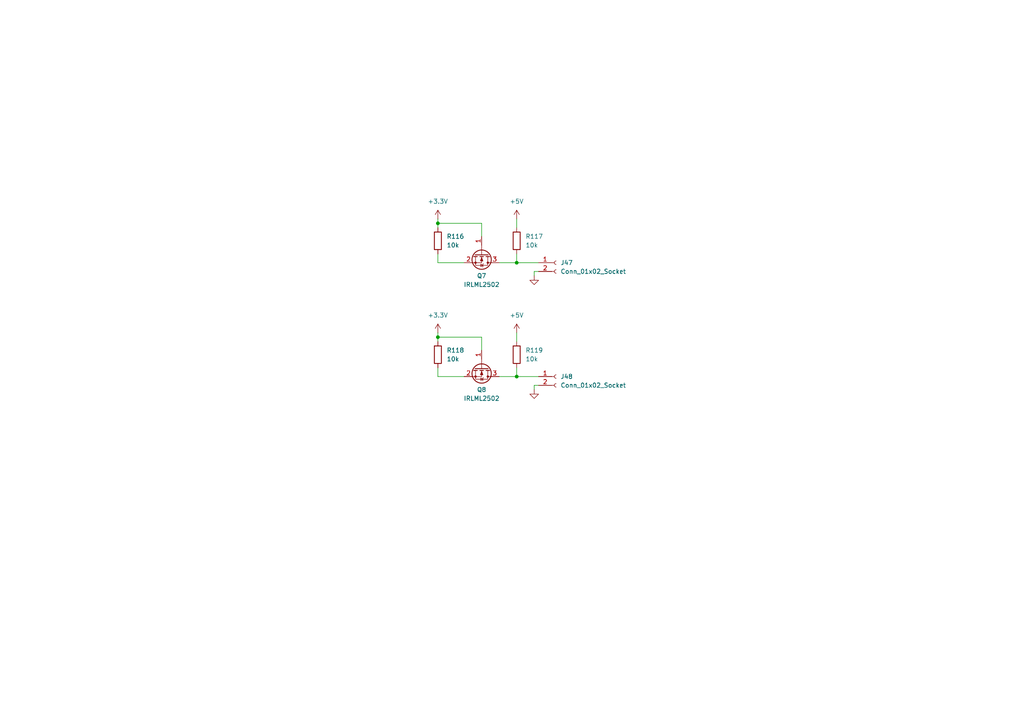
<source format=kicad_sch>
(kicad_sch
	(version 20250114)
	(generator "eeschema")
	(generator_version "9.0")
	(uuid "c0cdc8cb-df1f-4c6a-818d-65d5ae966246")
	(paper "A4")
	(lib_symbols
		(symbol "Connector:Conn_01x02_Socket"
			(pin_names
				(offset 1.016)
				(hide yes)
			)
			(exclude_from_sim no)
			(in_bom yes)
			(on_board yes)
			(property "Reference" "J"
				(at 0 2.54 0)
				(effects
					(font
						(size 1.27 1.27)
					)
				)
			)
			(property "Value" "Conn_01x02_Socket"
				(at 0 -5.08 0)
				(effects
					(font
						(size 1.27 1.27)
					)
				)
			)
			(property "Footprint" ""
				(at 0 0 0)
				(effects
					(font
						(size 1.27 1.27)
					)
					(hide yes)
				)
			)
			(property "Datasheet" "~"
				(at 0 0 0)
				(effects
					(font
						(size 1.27 1.27)
					)
					(hide yes)
				)
			)
			(property "Description" "Generic connector, single row, 01x02, script generated"
				(at 0 0 0)
				(effects
					(font
						(size 1.27 1.27)
					)
					(hide yes)
				)
			)
			(property "ki_locked" ""
				(at 0 0 0)
				(effects
					(font
						(size 1.27 1.27)
					)
				)
			)
			(property "ki_keywords" "connector"
				(at 0 0 0)
				(effects
					(font
						(size 1.27 1.27)
					)
					(hide yes)
				)
			)
			(property "ki_fp_filters" "Connector*:*_1x??_*"
				(at 0 0 0)
				(effects
					(font
						(size 1.27 1.27)
					)
					(hide yes)
				)
			)
			(symbol "Conn_01x02_Socket_1_1"
				(polyline
					(pts
						(xy -1.27 0) (xy -0.508 0)
					)
					(stroke
						(width 0.1524)
						(type default)
					)
					(fill
						(type none)
					)
				)
				(polyline
					(pts
						(xy -1.27 -2.54) (xy -0.508 -2.54)
					)
					(stroke
						(width 0.1524)
						(type default)
					)
					(fill
						(type none)
					)
				)
				(arc
					(start 0 -0.508)
					(mid -0.5058 0)
					(end 0 0.508)
					(stroke
						(width 0.1524)
						(type default)
					)
					(fill
						(type none)
					)
				)
				(arc
					(start 0 -3.048)
					(mid -0.5058 -2.54)
					(end 0 -2.032)
					(stroke
						(width 0.1524)
						(type default)
					)
					(fill
						(type none)
					)
				)
				(pin passive line
					(at -5.08 0 0)
					(length 3.81)
					(name "Pin_1"
						(effects
							(font
								(size 1.27 1.27)
							)
						)
					)
					(number "1"
						(effects
							(font
								(size 1.27 1.27)
							)
						)
					)
				)
				(pin passive line
					(at -5.08 -2.54 0)
					(length 3.81)
					(name "Pin_2"
						(effects
							(font
								(size 1.27 1.27)
							)
						)
					)
					(number "2"
						(effects
							(font
								(size 1.27 1.27)
							)
						)
					)
				)
			)
			(embedded_fonts no)
		)
		(symbol "Device:R"
			(pin_numbers
				(hide yes)
			)
			(pin_names
				(offset 0)
			)
			(exclude_from_sim no)
			(in_bom yes)
			(on_board yes)
			(property "Reference" "R"
				(at 2.032 0 90)
				(effects
					(font
						(size 1.27 1.27)
					)
				)
			)
			(property "Value" "R"
				(at 0 0 90)
				(effects
					(font
						(size 1.27 1.27)
					)
				)
			)
			(property "Footprint" ""
				(at -1.778 0 90)
				(effects
					(font
						(size 1.27 1.27)
					)
					(hide yes)
				)
			)
			(property "Datasheet" "~"
				(at 0 0 0)
				(effects
					(font
						(size 1.27 1.27)
					)
					(hide yes)
				)
			)
			(property "Description" "Resistor"
				(at 0 0 0)
				(effects
					(font
						(size 1.27 1.27)
					)
					(hide yes)
				)
			)
			(property "ki_keywords" "R res resistor"
				(at 0 0 0)
				(effects
					(font
						(size 1.27 1.27)
					)
					(hide yes)
				)
			)
			(property "ki_fp_filters" "R_*"
				(at 0 0 0)
				(effects
					(font
						(size 1.27 1.27)
					)
					(hide yes)
				)
			)
			(symbol "R_0_1"
				(rectangle
					(start -1.016 -2.54)
					(end 1.016 2.54)
					(stroke
						(width 0.254)
						(type default)
					)
					(fill
						(type none)
					)
				)
			)
			(symbol "R_1_1"
				(pin passive line
					(at 0 3.81 270)
					(length 1.27)
					(name "~"
						(effects
							(font
								(size 1.27 1.27)
							)
						)
					)
					(number "1"
						(effects
							(font
								(size 1.27 1.27)
							)
						)
					)
				)
				(pin passive line
					(at 0 -3.81 90)
					(length 1.27)
					(name "~"
						(effects
							(font
								(size 1.27 1.27)
							)
						)
					)
					(number "2"
						(effects
							(font
								(size 1.27 1.27)
							)
						)
					)
				)
			)
			(embedded_fonts no)
		)
		(symbol "Transistor_FET:IRLML2060"
			(pin_names
				(hide yes)
			)
			(exclude_from_sim no)
			(in_bom yes)
			(on_board yes)
			(property "Reference" "Q"
				(at 5.08 1.905 0)
				(effects
					(font
						(size 1.27 1.27)
					)
					(justify left)
				)
			)
			(property "Value" "IRLML2060"
				(at 5.08 0 0)
				(effects
					(font
						(size 1.27 1.27)
					)
					(justify left)
				)
			)
			(property "Footprint" "Package_TO_SOT_SMD:SOT-23"
				(at 5.08 -1.905 0)
				(effects
					(font
						(size 1.27 1.27)
						(italic yes)
					)
					(justify left)
					(hide yes)
				)
			)
			(property "Datasheet" "https://www.infineon.com/dgdl/irlml2060pbf.pdf?fileId=5546d462533600a401535664b7fb25ee"
				(at 5.08 -3.81 0)
				(effects
					(font
						(size 1.27 1.27)
					)
					(justify left)
					(hide yes)
				)
			)
			(property "Description" "1.2A Id, 60V Vds, 480mOhm Rds, N-Channel HEXFET Power MOSFET, SOT-23"
				(at 0 0 0)
				(effects
					(font
						(size 1.27 1.27)
					)
					(hide yes)
				)
			)
			(property "ki_keywords" "N-Channel HEXFET MOSFET"
				(at 0 0 0)
				(effects
					(font
						(size 1.27 1.27)
					)
					(hide yes)
				)
			)
			(property "ki_fp_filters" "SOT?23*"
				(at 0 0 0)
				(effects
					(font
						(size 1.27 1.27)
					)
					(hide yes)
				)
			)
			(symbol "IRLML2060_0_1"
				(polyline
					(pts
						(xy 0.254 1.905) (xy 0.254 -1.905)
					)
					(stroke
						(width 0.254)
						(type default)
					)
					(fill
						(type none)
					)
				)
				(polyline
					(pts
						(xy 0.254 0) (xy -2.54 0)
					)
					(stroke
						(width 0)
						(type default)
					)
					(fill
						(type none)
					)
				)
				(polyline
					(pts
						(xy 0.762 2.286) (xy 0.762 1.27)
					)
					(stroke
						(width 0.254)
						(type default)
					)
					(fill
						(type none)
					)
				)
				(polyline
					(pts
						(xy 0.762 0.508) (xy 0.762 -0.508)
					)
					(stroke
						(width 0.254)
						(type default)
					)
					(fill
						(type none)
					)
				)
				(polyline
					(pts
						(xy 0.762 -1.27) (xy 0.762 -2.286)
					)
					(stroke
						(width 0.254)
						(type default)
					)
					(fill
						(type none)
					)
				)
				(polyline
					(pts
						(xy 0.762 -1.778) (xy 3.302 -1.778) (xy 3.302 1.778) (xy 0.762 1.778)
					)
					(stroke
						(width 0)
						(type default)
					)
					(fill
						(type none)
					)
				)
				(polyline
					(pts
						(xy 1.016 0) (xy 2.032 0.381) (xy 2.032 -0.381) (xy 1.016 0)
					)
					(stroke
						(width 0)
						(type default)
					)
					(fill
						(type outline)
					)
				)
				(circle
					(center 1.651 0)
					(radius 2.794)
					(stroke
						(width 0.254)
						(type default)
					)
					(fill
						(type none)
					)
				)
				(polyline
					(pts
						(xy 2.54 2.54) (xy 2.54 1.778)
					)
					(stroke
						(width 0)
						(type default)
					)
					(fill
						(type none)
					)
				)
				(circle
					(center 2.54 1.778)
					(radius 0.254)
					(stroke
						(width 0)
						(type default)
					)
					(fill
						(type outline)
					)
				)
				(circle
					(center 2.54 -1.778)
					(radius 0.254)
					(stroke
						(width 0)
						(type default)
					)
					(fill
						(type outline)
					)
				)
				(polyline
					(pts
						(xy 2.54 -2.54) (xy 2.54 0) (xy 0.762 0)
					)
					(stroke
						(width 0)
						(type default)
					)
					(fill
						(type none)
					)
				)
				(polyline
					(pts
						(xy 2.794 0.508) (xy 2.921 0.381) (xy 3.683 0.381) (xy 3.81 0.254)
					)
					(stroke
						(width 0)
						(type default)
					)
					(fill
						(type none)
					)
				)
				(polyline
					(pts
						(xy 3.302 0.381) (xy 2.921 -0.254) (xy 3.683 -0.254) (xy 3.302 0.381)
					)
					(stroke
						(width 0)
						(type default)
					)
					(fill
						(type none)
					)
				)
			)
			(symbol "IRLML2060_1_1"
				(pin input line
					(at -5.08 0 0)
					(length 2.54)
					(name "G"
						(effects
							(font
								(size 1.27 1.27)
							)
						)
					)
					(number "1"
						(effects
							(font
								(size 1.27 1.27)
							)
						)
					)
				)
				(pin passive line
					(at 2.54 5.08 270)
					(length 2.54)
					(name "D"
						(effects
							(font
								(size 1.27 1.27)
							)
						)
					)
					(number "3"
						(effects
							(font
								(size 1.27 1.27)
							)
						)
					)
				)
				(pin passive line
					(at 2.54 -5.08 90)
					(length 2.54)
					(name "S"
						(effects
							(font
								(size 1.27 1.27)
							)
						)
					)
					(number "2"
						(effects
							(font
								(size 1.27 1.27)
							)
						)
					)
				)
			)
			(embedded_fonts no)
		)
		(symbol "power:+3.3V"
			(power)
			(pin_numbers
				(hide yes)
			)
			(pin_names
				(offset 0)
				(hide yes)
			)
			(exclude_from_sim no)
			(in_bom yes)
			(on_board yes)
			(property "Reference" "#PWR"
				(at 0 -3.81 0)
				(effects
					(font
						(size 1.27 1.27)
					)
					(hide yes)
				)
			)
			(property "Value" "+3.3V"
				(at 0 3.556 0)
				(effects
					(font
						(size 1.27 1.27)
					)
				)
			)
			(property "Footprint" ""
				(at 0 0 0)
				(effects
					(font
						(size 1.27 1.27)
					)
					(hide yes)
				)
			)
			(property "Datasheet" ""
				(at 0 0 0)
				(effects
					(font
						(size 1.27 1.27)
					)
					(hide yes)
				)
			)
			(property "Description" "Power symbol creates a global label with name \"+3.3V\""
				(at 0 0 0)
				(effects
					(font
						(size 1.27 1.27)
					)
					(hide yes)
				)
			)
			(property "ki_keywords" "global power"
				(at 0 0 0)
				(effects
					(font
						(size 1.27 1.27)
					)
					(hide yes)
				)
			)
			(symbol "+3.3V_0_1"
				(polyline
					(pts
						(xy -0.762 1.27) (xy 0 2.54)
					)
					(stroke
						(width 0)
						(type default)
					)
					(fill
						(type none)
					)
				)
				(polyline
					(pts
						(xy 0 2.54) (xy 0.762 1.27)
					)
					(stroke
						(width 0)
						(type default)
					)
					(fill
						(type none)
					)
				)
				(polyline
					(pts
						(xy 0 0) (xy 0 2.54)
					)
					(stroke
						(width 0)
						(type default)
					)
					(fill
						(type none)
					)
				)
			)
			(symbol "+3.3V_1_1"
				(pin power_in line
					(at 0 0 90)
					(length 0)
					(name "~"
						(effects
							(font
								(size 1.27 1.27)
							)
						)
					)
					(number "1"
						(effects
							(font
								(size 1.27 1.27)
							)
						)
					)
				)
			)
			(embedded_fonts no)
		)
		(symbol "power:GND"
			(power)
			(pin_numbers
				(hide yes)
			)
			(pin_names
				(offset 0)
				(hide yes)
			)
			(exclude_from_sim no)
			(in_bom yes)
			(on_board yes)
			(property "Reference" "#PWR"
				(at 0 -6.35 0)
				(effects
					(font
						(size 1.27 1.27)
					)
					(hide yes)
				)
			)
			(property "Value" "GND"
				(at 0 -3.81 0)
				(effects
					(font
						(size 1.27 1.27)
					)
				)
			)
			(property "Footprint" ""
				(at 0 0 0)
				(effects
					(font
						(size 1.27 1.27)
					)
					(hide yes)
				)
			)
			(property "Datasheet" ""
				(at 0 0 0)
				(effects
					(font
						(size 1.27 1.27)
					)
					(hide yes)
				)
			)
			(property "Description" "Power symbol creates a global label with name \"GND\" , ground"
				(at 0 0 0)
				(effects
					(font
						(size 1.27 1.27)
					)
					(hide yes)
				)
			)
			(property "ki_keywords" "global power"
				(at 0 0 0)
				(effects
					(font
						(size 1.27 1.27)
					)
					(hide yes)
				)
			)
			(symbol "GND_0_1"
				(polyline
					(pts
						(xy 0 0) (xy 0 -1.27) (xy 1.27 -1.27) (xy 0 -2.54) (xy -1.27 -1.27) (xy 0 -1.27)
					)
					(stroke
						(width 0)
						(type default)
					)
					(fill
						(type none)
					)
				)
			)
			(symbol "GND_1_1"
				(pin power_in line
					(at 0 0 270)
					(length 0)
					(name "~"
						(effects
							(font
								(size 1.27 1.27)
							)
						)
					)
					(number "1"
						(effects
							(font
								(size 1.27 1.27)
							)
						)
					)
				)
			)
			(embedded_fonts no)
		)
	)
	(junction
		(at 127 97.79)
		(diameter 0)
		(color 0 0 0 0)
		(uuid "25c3869f-07de-4b77-b2ed-24e14864b68e")
	)
	(junction
		(at 149.86 76.2)
		(diameter 0)
		(color 0 0 0 0)
		(uuid "39127fb5-0016-41b3-94ab-e681681243d3")
	)
	(junction
		(at 149.86 109.22)
		(diameter 0)
		(color 0 0 0 0)
		(uuid "a7269d10-56d7-4961-b6d3-db70aac55f71")
	)
	(junction
		(at 127 64.77)
		(diameter 0)
		(color 0 0 0 0)
		(uuid "ed5b120b-59d7-497b-bb1e-2744677e3d57")
	)
	(wire
		(pts
			(xy 149.86 109.22) (xy 156.21 109.22)
		)
		(stroke
			(width 0)
			(type default)
		)
		(uuid "07bdefc2-d86a-466d-b40c-6638389313ce")
	)
	(wire
		(pts
			(xy 149.86 106.68) (xy 149.86 109.22)
		)
		(stroke
			(width 0)
			(type default)
		)
		(uuid "0c6de9c5-131d-40b9-b9e5-e7e7d137725d")
	)
	(wire
		(pts
			(xy 127 97.79) (xy 127 99.06)
		)
		(stroke
			(width 0)
			(type default)
		)
		(uuid "1876913f-b01d-44db-98ed-3f36f1d7a418")
	)
	(wire
		(pts
			(xy 154.94 80.01) (xy 154.94 78.74)
		)
		(stroke
			(width 0)
			(type default)
		)
		(uuid "1d6dfa74-474f-45a2-b28f-63ae8c1597d8")
	)
	(wire
		(pts
			(xy 127 96.52) (xy 127 97.79)
		)
		(stroke
			(width 0)
			(type default)
		)
		(uuid "29a1d5a0-91fe-448b-9c06-0f38e0c61644")
	)
	(wire
		(pts
			(xy 149.86 63.5) (xy 149.86 66.04)
		)
		(stroke
			(width 0)
			(type default)
		)
		(uuid "2a6fc661-432a-44b6-a739-639a05bb6127")
	)
	(wire
		(pts
			(xy 154.94 113.03) (xy 154.94 111.76)
		)
		(stroke
			(width 0)
			(type default)
		)
		(uuid "4ae5ac0f-2c49-4134-9b2f-e75e066a89be")
	)
	(wire
		(pts
			(xy 127 76.2) (xy 134.62 76.2)
		)
		(stroke
			(width 0)
			(type default)
		)
		(uuid "4cf6b525-efc6-4350-b4ed-8d7ecb994578")
	)
	(wire
		(pts
			(xy 127 106.68) (xy 127 109.22)
		)
		(stroke
			(width 0)
			(type default)
		)
		(uuid "56a1f3ee-6afe-43d5-bf9d-a29d5fcadac6")
	)
	(wire
		(pts
			(xy 144.78 109.22) (xy 149.86 109.22)
		)
		(stroke
			(width 0)
			(type default)
		)
		(uuid "5dcdc8b8-3b80-406e-b298-0a416e888543")
	)
	(wire
		(pts
			(xy 127 64.77) (xy 127 66.04)
		)
		(stroke
			(width 0)
			(type default)
		)
		(uuid "7b997536-62cf-44a6-b8cf-e23052057396")
	)
	(wire
		(pts
			(xy 127 73.66) (xy 127 76.2)
		)
		(stroke
			(width 0)
			(type default)
		)
		(uuid "7fba9794-e588-413d-a403-b3cf6e339b61")
	)
	(wire
		(pts
			(xy 139.7 64.77) (xy 127 64.77)
		)
		(stroke
			(width 0)
			(type default)
		)
		(uuid "ad627430-fd74-4d1e-83f3-80ce3aa7933c")
	)
	(wire
		(pts
			(xy 149.86 73.66) (xy 149.86 76.2)
		)
		(stroke
			(width 0)
			(type default)
		)
		(uuid "aff095cd-3462-491a-835f-f6a4be149a4d")
	)
	(wire
		(pts
			(xy 154.94 78.74) (xy 156.21 78.74)
		)
		(stroke
			(width 0)
			(type default)
		)
		(uuid "b7cd3dfe-dd6e-45a0-b239-7168a6291681")
	)
	(wire
		(pts
			(xy 127 63.5) (xy 127 64.77)
		)
		(stroke
			(width 0)
			(type default)
		)
		(uuid "c318dd42-0a7e-49a6-9d17-0ac0fe53cea2")
	)
	(wire
		(pts
			(xy 154.94 111.76) (xy 156.21 111.76)
		)
		(stroke
			(width 0)
			(type default)
		)
		(uuid "cde6e346-68ca-4de4-9171-48a0ffdf084d")
	)
	(wire
		(pts
			(xy 127 109.22) (xy 134.62 109.22)
		)
		(stroke
			(width 0)
			(type default)
		)
		(uuid "d885ea7f-55dc-4827-be3a-631233fa07e9")
	)
	(wire
		(pts
			(xy 149.86 96.52) (xy 149.86 99.06)
		)
		(stroke
			(width 0)
			(type default)
		)
		(uuid "dbce38d3-be66-4fe7-a3c9-c768ce42188c")
	)
	(wire
		(pts
			(xy 139.7 64.77) (xy 139.7 68.58)
		)
		(stroke
			(width 0)
			(type default)
		)
		(uuid "e1dc5862-f9a6-4d05-8543-488f4b01883f")
	)
	(wire
		(pts
			(xy 144.78 76.2) (xy 149.86 76.2)
		)
		(stroke
			(width 0)
			(type default)
		)
		(uuid "e55d2def-bc52-431d-a8bf-5ab59fe8a3bb")
	)
	(wire
		(pts
			(xy 139.7 97.79) (xy 139.7 101.6)
		)
		(stroke
			(width 0)
			(type default)
		)
		(uuid "f46344ca-77f6-49b2-bcab-c55ff232e6fa")
	)
	(wire
		(pts
			(xy 139.7 97.79) (xy 127 97.79)
		)
		(stroke
			(width 0)
			(type default)
		)
		(uuid "f4bf6637-2c01-4b1e-9f88-5422eaa5d53e")
	)
	(wire
		(pts
			(xy 149.86 76.2) (xy 156.21 76.2)
		)
		(stroke
			(width 0)
			(type default)
		)
		(uuid "fc04d2af-7055-412c-9150-0505fc8bc448")
	)
	(symbol
		(lib_id "Connector:Conn_01x02_Socket")
		(at 161.29 76.2 0)
		(unit 1)
		(exclude_from_sim no)
		(in_bom yes)
		(on_board yes)
		(dnp no)
		(fields_autoplaced yes)
		(uuid "03513da0-13e8-4750-a7dd-f2dd3ced9862")
		(property "Reference" "J47"
			(at 162.56 76.1999 0)
			(effects
				(font
					(size 1.27 1.27)
				)
				(justify left)
			)
		)
		(property "Value" "Conn_01x02_Socket"
			(at 162.56 78.7399 0)
			(effects
				(font
					(size 1.27 1.27)
				)
				(justify left)
			)
		)
		(property "Footprint" "Connector_JST:JST_PH_B2B-PH-K_1x02_P2.00mm_Vertical"
			(at 161.29 76.2 0)
			(effects
				(font
					(size 1.27 1.27)
				)
				(hide yes)
			)
		)
		(property "Datasheet" "~"
			(at 161.29 76.2 0)
			(effects
				(font
					(size 1.27 1.27)
				)
				(hide yes)
			)
		)
		(property "Description" "Generic connector, single row, 01x02, script generated"
			(at 161.29 76.2 0)
			(effects
				(font
					(size 1.27 1.27)
				)
				(hide yes)
			)
		)
		(pin "1"
			(uuid "547b0aaf-de01-4b9c-b7c3-0123e0c8d917")
		)
		(pin "2"
			(uuid "6b236797-bc4f-4d8f-b5b9-485d34033c5c")
		)
		(instances
			(project ""
				(path "/519cd8d4-bb93-4bd2-8d6d-fc5bc7100516/d3ea3722-c62a-485f-ab71-552a5d91e8e0"
					(reference "J47")
					(unit 1)
				)
			)
		)
	)
	(symbol
		(lib_id "Transistor_FET:IRLML2060")
		(at 139.7 73.66 270)
		(unit 1)
		(exclude_from_sim no)
		(in_bom yes)
		(on_board yes)
		(dnp no)
		(fields_autoplaced yes)
		(uuid "0a89df95-5f0f-48ac-9c11-c9fce47aef9a")
		(property "Reference" "Q7"
			(at 139.7 80.01 90)
			(effects
				(font
					(size 1.27 1.27)
				)
			)
		)
		(property "Value" "IRLML2502"
			(at 139.7 82.55 90)
			(effects
				(font
					(size 1.27 1.27)
				)
			)
		)
		(property "Footprint" "Package_TO_SOT_SMD:SOT-23"
			(at 137.795 78.74 0)
			(effects
				(font
					(size 1.27 1.27)
					(italic yes)
				)
				(justify left)
				(hide yes)
			)
		)
		(property "Datasheet" "https://www.infineon.com/dgdl/irlml2060pbf.pdf?fileId=5546d462533600a401535664b7fb25ee"
			(at 135.89 78.74 0)
			(effects
				(font
					(size 1.27 1.27)
				)
				(justify left)
				(hide yes)
			)
		)
		(property "Description" "1.2A Id, 60V Vds, 480mOhm Rds, N-Channel HEXFET Power MOSFET, SOT-23"
			(at 139.7 73.66 0)
			(effects
				(font
					(size 1.27 1.27)
				)
				(hide yes)
			)
		)
		(pin "1"
			(uuid "974a181a-8626-483c-91e6-5885153b56bf")
		)
		(pin "2"
			(uuid "f793199c-8dc6-45e7-bbab-3ac012ba921c")
		)
		(pin "3"
			(uuid "0c2a5b65-0cfa-43ad-adfa-a5d51e835d74")
		)
		(instances
			(project ""
				(path "/519cd8d4-bb93-4bd2-8d6d-fc5bc7100516/d3ea3722-c62a-485f-ab71-552a5d91e8e0"
					(reference "Q7")
					(unit 1)
				)
			)
		)
	)
	(symbol
		(lib_id "Transistor_FET:IRLML2060")
		(at 139.7 106.68 270)
		(unit 1)
		(exclude_from_sim no)
		(in_bom yes)
		(on_board yes)
		(dnp no)
		(fields_autoplaced yes)
		(uuid "11f62d75-231c-4c97-b201-fa6b77a7ffb5")
		(property "Reference" "Q8"
			(at 139.7 113.03 90)
			(effects
				(font
					(size 1.27 1.27)
				)
			)
		)
		(property "Value" "IRLML2502"
			(at 139.7 115.57 90)
			(effects
				(font
					(size 1.27 1.27)
				)
			)
		)
		(property "Footprint" "Package_TO_SOT_SMD:SOT-23"
			(at 137.795 111.76 0)
			(effects
				(font
					(size 1.27 1.27)
					(italic yes)
				)
				(justify left)
				(hide yes)
			)
		)
		(property "Datasheet" "https://www.infineon.com/dgdl/irlml2060pbf.pdf?fileId=5546d462533600a401535664b7fb25ee"
			(at 135.89 111.76 0)
			(effects
				(font
					(size 1.27 1.27)
				)
				(justify left)
				(hide yes)
			)
		)
		(property "Description" "1.2A Id, 60V Vds, 480mOhm Rds, N-Channel HEXFET Power MOSFET, SOT-23"
			(at 139.7 106.68 0)
			(effects
				(font
					(size 1.27 1.27)
				)
				(hide yes)
			)
		)
		(pin "1"
			(uuid "8f23b92d-b46d-4641-bda3-08b617584b7b")
		)
		(pin "2"
			(uuid "eb625dbd-9bef-4645-95a6-3ea6bc8e7de9")
		)
		(pin "3"
			(uuid "875f9f96-4160-4f6e-a76e-0099600525c2")
		)
		(instances
			(project "Input_Eve_V1.0"
				(path "/519cd8d4-bb93-4bd2-8d6d-fc5bc7100516/d3ea3722-c62a-485f-ab71-552a5d91e8e0"
					(reference "Q8")
					(unit 1)
				)
			)
		)
	)
	(symbol
		(lib_id "Connector:Conn_01x02_Socket")
		(at 161.29 109.22 0)
		(unit 1)
		(exclude_from_sim no)
		(in_bom yes)
		(on_board yes)
		(dnp no)
		(fields_autoplaced yes)
		(uuid "25da3d7e-68c4-44b8-b17c-be0b11b4f6c1")
		(property "Reference" "J48"
			(at 162.56 109.2199 0)
			(effects
				(font
					(size 1.27 1.27)
				)
				(justify left)
			)
		)
		(property "Value" "Conn_01x02_Socket"
			(at 162.56 111.7599 0)
			(effects
				(font
					(size 1.27 1.27)
				)
				(justify left)
			)
		)
		(property "Footprint" "Connector_JST:JST_PH_B2B-PH-K_1x02_P2.00mm_Vertical"
			(at 161.29 109.22 0)
			(effects
				(font
					(size 1.27 1.27)
				)
				(hide yes)
			)
		)
		(property "Datasheet" "~"
			(at 161.29 109.22 0)
			(effects
				(font
					(size 1.27 1.27)
				)
				(hide yes)
			)
		)
		(property "Description" "Generic connector, single row, 01x02, script generated"
			(at 161.29 109.22 0)
			(effects
				(font
					(size 1.27 1.27)
				)
				(hide yes)
			)
		)
		(pin "1"
			(uuid "6d372ec8-8029-47a4-ac90-19e3fa044a4e")
		)
		(pin "2"
			(uuid "cdf0e986-e099-4055-bf02-2a0a1bc88832")
		)
		(instances
			(project "Input_Eve_V1.0"
				(path "/519cd8d4-bb93-4bd2-8d6d-fc5bc7100516/d3ea3722-c62a-485f-ab71-552a5d91e8e0"
					(reference "J48")
					(unit 1)
				)
			)
		)
	)
	(symbol
		(lib_id "power:GND")
		(at 154.94 113.03 0)
		(unit 1)
		(exclude_from_sim no)
		(in_bom yes)
		(on_board yes)
		(dnp no)
		(fields_autoplaced yes)
		(uuid "489f0078-7f92-4359-b5ab-761e73279ced")
		(property "Reference" "#PWR0258"
			(at 154.94 119.38 0)
			(effects
				(font
					(size 1.27 1.27)
				)
				(hide yes)
			)
		)
		(property "Value" "GND"
			(at 154.94 118.11 0)
			(effects
				(font
					(size 1.27 1.27)
				)
				(hide yes)
			)
		)
		(property "Footprint" ""
			(at 154.94 113.03 0)
			(effects
				(font
					(size 1.27 1.27)
				)
				(hide yes)
			)
		)
		(property "Datasheet" ""
			(at 154.94 113.03 0)
			(effects
				(font
					(size 1.27 1.27)
				)
				(hide yes)
			)
		)
		(property "Description" "Power symbol creates a global label with name \"GND\" , ground"
			(at 154.94 113.03 0)
			(effects
				(font
					(size 1.27 1.27)
				)
				(hide yes)
			)
		)
		(pin "1"
			(uuid "bfe9d985-694f-4edb-822e-ace8b6295255")
		)
		(instances
			(project "Input_Eve_V1.0"
				(path "/519cd8d4-bb93-4bd2-8d6d-fc5bc7100516/d3ea3722-c62a-485f-ab71-552a5d91e8e0"
					(reference "#PWR0258")
					(unit 1)
				)
			)
		)
	)
	(symbol
		(lib_id "power:+3.3V")
		(at 149.86 63.5 0)
		(unit 1)
		(exclude_from_sim no)
		(in_bom yes)
		(on_board yes)
		(dnp no)
		(fields_autoplaced yes)
		(uuid "54369d32-c0a3-4e1e-933d-f95741e8de30")
		(property "Reference" "#PWR0254"
			(at 149.86 67.31 0)
			(effects
				(font
					(size 1.27 1.27)
				)
				(hide yes)
			)
		)
		(property "Value" "+5V"
			(at 149.86 58.42 0)
			(effects
				(font
					(size 1.27 1.27)
				)
			)
		)
		(property "Footprint" ""
			(at 149.86 63.5 0)
			(effects
				(font
					(size 1.27 1.27)
				)
				(hide yes)
			)
		)
		(property "Datasheet" ""
			(at 149.86 63.5 0)
			(effects
				(font
					(size 1.27 1.27)
				)
				(hide yes)
			)
		)
		(property "Description" "Power symbol creates a global label with name \"+3.3V\""
			(at 149.86 63.5 0)
			(effects
				(font
					(size 1.27 1.27)
				)
				(hide yes)
			)
		)
		(pin "1"
			(uuid "e6bb567c-fb01-4f90-9b1d-0aa2b4507d51")
		)
		(instances
			(project "Input_Eve_V1.0"
				(path "/519cd8d4-bb93-4bd2-8d6d-fc5bc7100516/d3ea3722-c62a-485f-ab71-552a5d91e8e0"
					(reference "#PWR0254")
					(unit 1)
				)
			)
		)
	)
	(symbol
		(lib_id "power:+3.3V")
		(at 127 96.52 0)
		(unit 1)
		(exclude_from_sim no)
		(in_bom yes)
		(on_board yes)
		(dnp no)
		(fields_autoplaced yes)
		(uuid "8204d03d-a7be-4aa7-8532-9f927e068308")
		(property "Reference" "#PWR0256"
			(at 127 100.33 0)
			(effects
				(font
					(size 1.27 1.27)
				)
				(hide yes)
			)
		)
		(property "Value" "+3.3V"
			(at 127 91.44 0)
			(effects
				(font
					(size 1.27 1.27)
				)
			)
		)
		(property "Footprint" ""
			(at 127 96.52 0)
			(effects
				(font
					(size 1.27 1.27)
				)
				(hide yes)
			)
		)
		(property "Datasheet" ""
			(at 127 96.52 0)
			(effects
				(font
					(size 1.27 1.27)
				)
				(hide yes)
			)
		)
		(property "Description" "Power symbol creates a global label with name \"+3.3V\""
			(at 127 96.52 0)
			(effects
				(font
					(size 1.27 1.27)
				)
				(hide yes)
			)
		)
		(pin "1"
			(uuid "a7488166-9874-478f-bfc7-b8e9a6582d42")
		)
		(instances
			(project "Input_Eve_V1.0"
				(path "/519cd8d4-bb93-4bd2-8d6d-fc5bc7100516/d3ea3722-c62a-485f-ab71-552a5d91e8e0"
					(reference "#PWR0256")
					(unit 1)
				)
			)
		)
	)
	(symbol
		(lib_id "Device:R")
		(at 149.86 69.85 0)
		(unit 1)
		(exclude_from_sim no)
		(in_bom yes)
		(on_board yes)
		(dnp no)
		(fields_autoplaced yes)
		(uuid "91ad3b3c-130d-438e-a6b9-151c93465ecd")
		(property "Reference" "R117"
			(at 152.4 68.5799 0)
			(effects
				(font
					(size 1.27 1.27)
				)
				(justify left)
			)
		)
		(property "Value" "10k"
			(at 152.4 71.1199 0)
			(effects
				(font
					(size 1.27 1.27)
				)
				(justify left)
			)
		)
		(property "Footprint" "Resistor_SMD:R_0402_1005Metric"
			(at 148.082 69.85 90)
			(effects
				(font
					(size 1.27 1.27)
				)
				(hide yes)
			)
		)
		(property "Datasheet" "~"
			(at 149.86 69.85 0)
			(effects
				(font
					(size 1.27 1.27)
				)
				(hide yes)
			)
		)
		(property "Description" "Resistor"
			(at 149.86 69.85 0)
			(effects
				(font
					(size 1.27 1.27)
				)
				(hide yes)
			)
		)
		(pin "2"
			(uuid "143d5fb1-4a29-4165-b2aa-cb3487b0ca5f")
		)
		(pin "1"
			(uuid "3e6035de-7028-4f1d-8131-d48b1c23a69d")
		)
		(instances
			(project "Input_Eve_V1.0"
				(path "/519cd8d4-bb93-4bd2-8d6d-fc5bc7100516/d3ea3722-c62a-485f-ab71-552a5d91e8e0"
					(reference "R117")
					(unit 1)
				)
			)
		)
	)
	(symbol
		(lib_id "Device:R")
		(at 149.86 102.87 0)
		(unit 1)
		(exclude_from_sim no)
		(in_bom yes)
		(on_board yes)
		(dnp no)
		(fields_autoplaced yes)
		(uuid "abcaa475-7049-4921-a100-883355cc63b5")
		(property "Reference" "R119"
			(at 152.4 101.5999 0)
			(effects
				(font
					(size 1.27 1.27)
				)
				(justify left)
			)
		)
		(property "Value" "10k"
			(at 152.4 104.1399 0)
			(effects
				(font
					(size 1.27 1.27)
				)
				(justify left)
			)
		)
		(property "Footprint" "Resistor_SMD:R_0402_1005Metric"
			(at 148.082 102.87 90)
			(effects
				(font
					(size 1.27 1.27)
				)
				(hide yes)
			)
		)
		(property "Datasheet" "~"
			(at 149.86 102.87 0)
			(effects
				(font
					(size 1.27 1.27)
				)
				(hide yes)
			)
		)
		(property "Description" "Resistor"
			(at 149.86 102.87 0)
			(effects
				(font
					(size 1.27 1.27)
				)
				(hide yes)
			)
		)
		(pin "2"
			(uuid "9e1065ce-2a94-461a-9def-2cd1f47d3bd7")
		)
		(pin "1"
			(uuid "531b1604-1d7a-48d2-a877-57300459d2c9")
		)
		(instances
			(project "Input_Eve_V1.0"
				(path "/519cd8d4-bb93-4bd2-8d6d-fc5bc7100516/d3ea3722-c62a-485f-ab71-552a5d91e8e0"
					(reference "R119")
					(unit 1)
				)
			)
		)
	)
	(symbol
		(lib_id "power:GND")
		(at 154.94 80.01 0)
		(unit 1)
		(exclude_from_sim no)
		(in_bom yes)
		(on_board yes)
		(dnp no)
		(fields_autoplaced yes)
		(uuid "b229b8e0-eafe-4fe0-83de-c6f9b900a6f8")
		(property "Reference" "#PWR0255"
			(at 154.94 86.36 0)
			(effects
				(font
					(size 1.27 1.27)
				)
				(hide yes)
			)
		)
		(property "Value" "GND"
			(at 154.94 85.09 0)
			(effects
				(font
					(size 1.27 1.27)
				)
				(hide yes)
			)
		)
		(property "Footprint" ""
			(at 154.94 80.01 0)
			(effects
				(font
					(size 1.27 1.27)
				)
				(hide yes)
			)
		)
		(property "Datasheet" ""
			(at 154.94 80.01 0)
			(effects
				(font
					(size 1.27 1.27)
				)
				(hide yes)
			)
		)
		(property "Description" "Power symbol creates a global label with name \"GND\" , ground"
			(at 154.94 80.01 0)
			(effects
				(font
					(size 1.27 1.27)
				)
				(hide yes)
			)
		)
		(pin "1"
			(uuid "f057be35-4789-4df0-be57-46d34d03f08f")
		)
		(instances
			(project ""
				(path "/519cd8d4-bb93-4bd2-8d6d-fc5bc7100516/d3ea3722-c62a-485f-ab71-552a5d91e8e0"
					(reference "#PWR0255")
					(unit 1)
				)
			)
		)
	)
	(symbol
		(lib_id "power:+3.3V")
		(at 127 63.5 0)
		(unit 1)
		(exclude_from_sim no)
		(in_bom yes)
		(on_board yes)
		(dnp no)
		(fields_autoplaced yes)
		(uuid "b9b637eb-e6b7-4599-b171-a50cd0593bf2")
		(property "Reference" "#PWR0253"
			(at 127 67.31 0)
			(effects
				(font
					(size 1.27 1.27)
				)
				(hide yes)
			)
		)
		(property "Value" "+3.3V"
			(at 127 58.42 0)
			(effects
				(font
					(size 1.27 1.27)
				)
			)
		)
		(property "Footprint" ""
			(at 127 63.5 0)
			(effects
				(font
					(size 1.27 1.27)
				)
				(hide yes)
			)
		)
		(property "Datasheet" ""
			(at 127 63.5 0)
			(effects
				(font
					(size 1.27 1.27)
				)
				(hide yes)
			)
		)
		(property "Description" "Power symbol creates a global label with name \"+3.3V\""
			(at 127 63.5 0)
			(effects
				(font
					(size 1.27 1.27)
				)
				(hide yes)
			)
		)
		(pin "1"
			(uuid "c37d6cf9-453c-4ee5-95e6-c0098db71c40")
		)
		(instances
			(project ""
				(path "/519cd8d4-bb93-4bd2-8d6d-fc5bc7100516/d3ea3722-c62a-485f-ab71-552a5d91e8e0"
					(reference "#PWR0253")
					(unit 1)
				)
			)
		)
	)
	(symbol
		(lib_id "Device:R")
		(at 127 102.87 0)
		(unit 1)
		(exclude_from_sim no)
		(in_bom yes)
		(on_board yes)
		(dnp no)
		(fields_autoplaced yes)
		(uuid "cebd9989-f89a-43f4-9666-524e717f793b")
		(property "Reference" "R118"
			(at 129.54 101.5999 0)
			(effects
				(font
					(size 1.27 1.27)
				)
				(justify left)
			)
		)
		(property "Value" "10k"
			(at 129.54 104.1399 0)
			(effects
				(font
					(size 1.27 1.27)
				)
				(justify left)
			)
		)
		(property "Footprint" "Resistor_SMD:R_0402_1005Metric"
			(at 125.222 102.87 90)
			(effects
				(font
					(size 1.27 1.27)
				)
				(hide yes)
			)
		)
		(property "Datasheet" "~"
			(at 127 102.87 0)
			(effects
				(font
					(size 1.27 1.27)
				)
				(hide yes)
			)
		)
		(property "Description" "Resistor"
			(at 127 102.87 0)
			(effects
				(font
					(size 1.27 1.27)
				)
				(hide yes)
			)
		)
		(pin "2"
			(uuid "a137ccd7-fa2f-4483-b2fd-55732e2b2bc7")
		)
		(pin "1"
			(uuid "4f1ed376-0c54-464a-beef-3d8fb62db018")
		)
		(instances
			(project "Input_Eve_V1.0"
				(path "/519cd8d4-bb93-4bd2-8d6d-fc5bc7100516/d3ea3722-c62a-485f-ab71-552a5d91e8e0"
					(reference "R118")
					(unit 1)
				)
			)
		)
	)
	(symbol
		(lib_id "Device:R")
		(at 127 69.85 0)
		(unit 1)
		(exclude_from_sim no)
		(in_bom yes)
		(on_board yes)
		(dnp no)
		(fields_autoplaced yes)
		(uuid "d1d1f052-a4a4-48ee-b07c-05a4a336dcd9")
		(property "Reference" "R116"
			(at 129.54 68.5799 0)
			(effects
				(font
					(size 1.27 1.27)
				)
				(justify left)
			)
		)
		(property "Value" "10k"
			(at 129.54 71.1199 0)
			(effects
				(font
					(size 1.27 1.27)
				)
				(justify left)
			)
		)
		(property "Footprint" "Resistor_SMD:R_0402_1005Metric"
			(at 125.222 69.85 90)
			(effects
				(font
					(size 1.27 1.27)
				)
				(hide yes)
			)
		)
		(property "Datasheet" "~"
			(at 127 69.85 0)
			(effects
				(font
					(size 1.27 1.27)
				)
				(hide yes)
			)
		)
		(property "Description" "Resistor"
			(at 127 69.85 0)
			(effects
				(font
					(size 1.27 1.27)
				)
				(hide yes)
			)
		)
		(pin "2"
			(uuid "cab5b4df-391d-4e96-a3f5-952a27528d69")
		)
		(pin "1"
			(uuid "22687da1-7641-4740-b8fb-d0c6e6785983")
		)
		(instances
			(project ""
				(path "/519cd8d4-bb93-4bd2-8d6d-fc5bc7100516/d3ea3722-c62a-485f-ab71-552a5d91e8e0"
					(reference "R116")
					(unit 1)
				)
			)
		)
	)
	(symbol
		(lib_id "power:+3.3V")
		(at 149.86 96.52 0)
		(unit 1)
		(exclude_from_sim no)
		(in_bom yes)
		(on_board yes)
		(dnp no)
		(fields_autoplaced yes)
		(uuid "f510d8f4-9efd-4334-b0a3-77f866bd03b3")
		(property "Reference" "#PWR0257"
			(at 149.86 100.33 0)
			(effects
				(font
					(size 1.27 1.27)
				)
				(hide yes)
			)
		)
		(property "Value" "+5V"
			(at 149.86 91.44 0)
			(effects
				(font
					(size 1.27 1.27)
				)
			)
		)
		(property "Footprint" ""
			(at 149.86 96.52 0)
			(effects
				(font
					(size 1.27 1.27)
				)
				(hide yes)
			)
		)
		(property "Datasheet" ""
			(at 149.86 96.52 0)
			(effects
				(font
					(size 1.27 1.27)
				)
				(hide yes)
			)
		)
		(property "Description" "Power symbol creates a global label with name \"+3.3V\""
			(at 149.86 96.52 0)
			(effects
				(font
					(size 1.27 1.27)
				)
				(hide yes)
			)
		)
		(pin "1"
			(uuid "30be67b8-8618-4a07-90f6-f8f14b7d0d5e")
		)
		(instances
			(project "Input_Eve_V1.0"
				(path "/519cd8d4-bb93-4bd2-8d6d-fc5bc7100516/d3ea3722-c62a-485f-ab71-552a5d91e8e0"
					(reference "#PWR0257")
					(unit 1)
				)
			)
		)
	)
)

</source>
